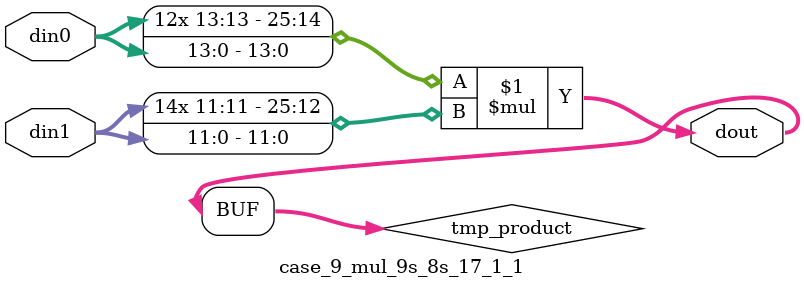
<source format=v>

`timescale 1 ns / 1 ps

 module case_9_mul_9s_8s_17_1_1(din0, din1, dout);
parameter ID = 1;
parameter NUM_STAGE = 0;
parameter din0_WIDTH = 14;
parameter din1_WIDTH = 12;
parameter dout_WIDTH = 26;

input [din0_WIDTH - 1 : 0] din0; 
input [din1_WIDTH - 1 : 0] din1; 
output [dout_WIDTH - 1 : 0] dout;

wire signed [dout_WIDTH - 1 : 0] tmp_product;



























assign tmp_product = $signed(din0) * $signed(din1);








assign dout = tmp_product;





















endmodule

</source>
